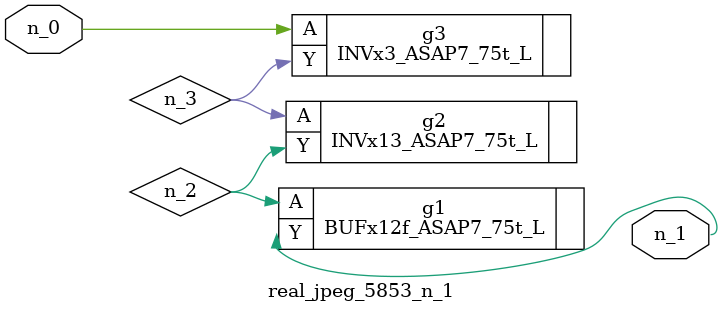
<source format=v>
module real_jpeg_5853_n_1 (n_0, n_1);

input n_0;

output n_1;

wire n_3;
wire n_2;

INVx3_ASAP7_75t_L g3 ( 
.A(n_0),
.Y(n_3)
);

BUFx12f_ASAP7_75t_L g1 ( 
.A(n_2),
.Y(n_1)
);

INVx13_ASAP7_75t_L g2 ( 
.A(n_3),
.Y(n_2)
);


endmodule
</source>
